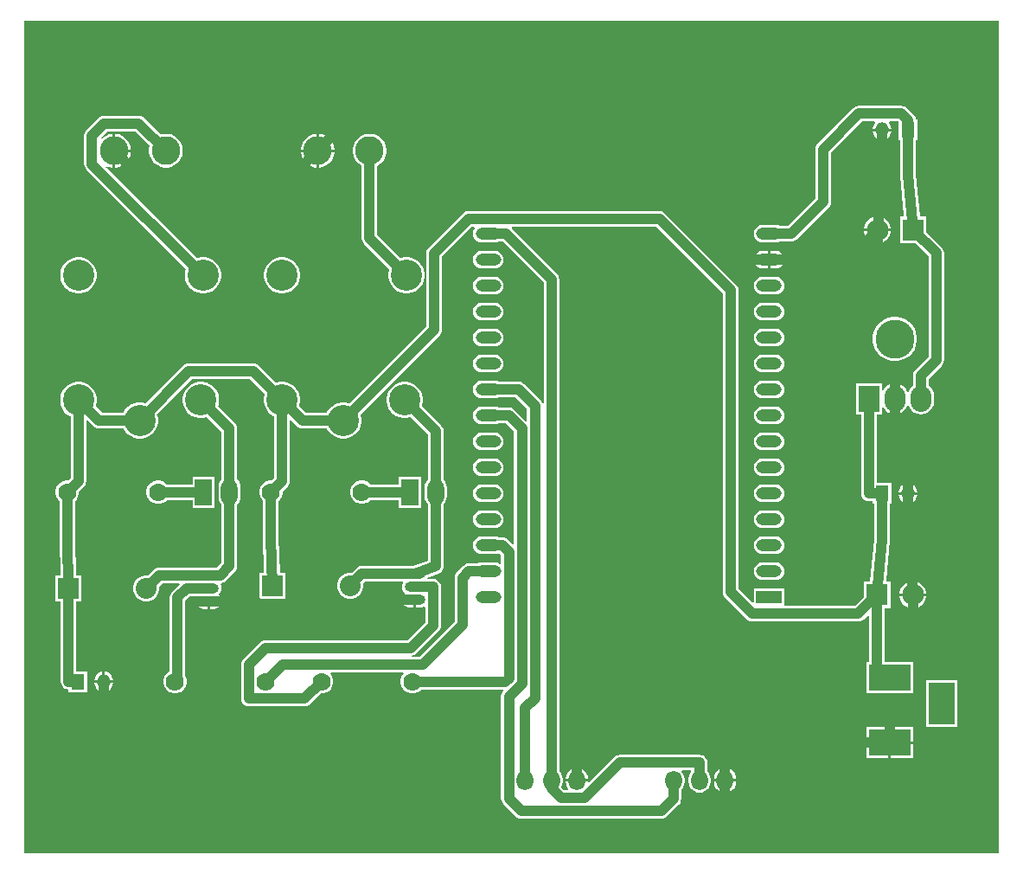
<source format=gbl>
G04*
G04 #@! TF.GenerationSoftware,Altium Limited,Altium Designer,23.7.1 (13)*
G04*
G04 Layer_Physical_Order=2*
G04 Layer_Color=16711680*
%FSLAX44Y44*%
%MOMM*%
G71*
G04*
G04 #@! TF.SameCoordinates,3D622054-8652-465B-9F06-75010AC0AF96*
G04*
G04*
G04 #@! TF.FilePolarity,Positive*
G04*
G01*
G75*
%ADD39O,2.5000X1.2000*%
%ADD40C,1.7780*%
%ADD41C,3.0480*%
%ADD42C,2.7940*%
%ADD43R,2.0320X2.0320*%
%ADD44C,2.0320*%
%ADD45R,1.6510X2.5400*%
%ADD46O,1.6510X2.5400*%
%ADD47O,2.0000X1.0000*%
%ADD48O,2.0000X1.0000*%
%ADD49R,2.1000X2.1000*%
%ADD50C,2.1000*%
%ADD51R,4.0640X2.5400*%
%ADD52R,2.5400X4.0640*%
%ADD53R,1.3000X1.5000*%
%ADD54O,1.3000X1.5000*%
%ADD55C,3.8100*%
%ADD56O,2.0320X2.5400*%
%ADD57R,2.0320X2.5400*%
%ADD58O,1.6510X1.9050*%
%ADD59R,2.5000X1.2000*%
%ADD60C,1.0160*%
G36*
X1467051Y290629D02*
X512879D01*
Y1105101D01*
X1467051D01*
Y290629D01*
D02*
G37*
%LPC*%
G36*
X1361633Y996950D02*
X1353820D01*
Y988269D01*
X1354910Y988413D01*
X1357109Y989324D01*
X1358997Y990773D01*
X1360446Y992661D01*
X1361357Y994860D01*
X1361633Y996950D01*
D02*
G37*
G36*
X1351280D02*
X1343468D01*
X1343743Y994860D01*
X1344654Y992661D01*
X1346103Y990773D01*
X1347991Y989324D01*
X1350190Y988413D01*
X1351280Y988269D01*
Y996950D01*
D02*
G37*
G36*
X801726Y994410D02*
X801370D01*
Y979170D01*
X816610D01*
Y979526D01*
X815975Y982716D01*
X814731Y985720D01*
X812924Y988425D01*
X810624Y990724D01*
X807920Y992531D01*
X804916Y993775D01*
X801726Y994410D01*
D02*
G37*
G36*
X798830D02*
X798474D01*
X795284Y993775D01*
X792280Y992531D01*
X789576Y990724D01*
X787276Y988425D01*
X785469Y985720D01*
X784224Y982716D01*
X783590Y979526D01*
Y979170D01*
X798830D01*
Y994410D01*
D02*
G37*
G36*
X602336D02*
X601980D01*
Y979170D01*
X617220D01*
Y979526D01*
X616586Y982716D01*
X615341Y985720D01*
X613534Y988425D01*
X611235Y990724D01*
X608530Y992531D01*
X605526Y993775D01*
X602336Y994410D01*
D02*
G37*
G36*
X816610Y976630D02*
X801370D01*
Y961390D01*
X801726D01*
X804916Y962025D01*
X807920Y963269D01*
X810624Y965076D01*
X812924Y967375D01*
X814731Y970080D01*
X815975Y973084D01*
X816610Y976274D01*
Y976630D01*
D02*
G37*
G36*
X798830D02*
X783590D01*
Y976274D01*
X784224Y973084D01*
X785469Y970080D01*
X787276Y967375D01*
X789576Y965076D01*
X792280Y963269D01*
X795284Y962025D01*
X798474Y961390D01*
X798830D01*
Y976630D01*
D02*
G37*
G36*
X624840Y1012256D02*
X590804D01*
X588815Y1011994D01*
X586961Y1011226D01*
X585369Y1010005D01*
X573685Y998321D01*
X572464Y996729D01*
X571696Y994875D01*
X571434Y992886D01*
Y964660D01*
X571696Y962670D01*
X572464Y960817D01*
X573685Y959225D01*
X670928Y861982D01*
X670623Y861246D01*
X669940Y857811D01*
Y854309D01*
X670623Y850873D01*
X671963Y847638D01*
X673909Y844726D01*
X676386Y842249D01*
X679298Y840303D01*
X682533Y838963D01*
X685969Y838280D01*
X689471D01*
X692906Y838963D01*
X696142Y840303D01*
X699054Y842249D01*
X701530Y844726D01*
X703476Y847638D01*
X704816Y850873D01*
X705500Y854309D01*
Y857811D01*
X704816Y861246D01*
X703476Y864482D01*
X701530Y867394D01*
X699054Y869870D01*
X696142Y871816D01*
X692906Y873157D01*
X689471Y873840D01*
X685969D01*
X682533Y873157D01*
X681797Y872851D01*
X592659Y961990D01*
X593378Y963067D01*
X595894Y962025D01*
X599084Y961390D01*
X599440D01*
Y977900D01*
Y994410D01*
X599084D01*
X595894Y993775D01*
X592890Y992531D01*
X590186Y990724D01*
X588708Y989247D01*
X587309Y989644D01*
X587201Y990098D01*
X593988Y996884D01*
X621656D01*
X635690Y982850D01*
X635634Y982716D01*
X635000Y979526D01*
Y976274D01*
X635634Y973084D01*
X636879Y970080D01*
X638686Y967375D01*
X640985Y965076D01*
X643690Y963269D01*
X646694Y962025D01*
X649884Y961390D01*
X653136D01*
X656326Y962025D01*
X659330Y963269D01*
X662035Y965076D01*
X664334Y967375D01*
X666141Y970080D01*
X667385Y973084D01*
X668020Y976274D01*
Y979526D01*
X667385Y982716D01*
X666141Y985720D01*
X664334Y988425D01*
X662035Y990724D01*
X659330Y992531D01*
X656326Y993775D01*
X653136Y994410D01*
X649884D01*
X646694Y993775D01*
X646560Y993720D01*
X630275Y1010005D01*
X628683Y1011226D01*
X626829Y1011994D01*
X624840Y1012256D01*
D02*
G37*
G36*
X617220Y976630D02*
X601980D01*
Y961390D01*
X602336D01*
X605526Y962025D01*
X608530Y963269D01*
X611235Y965076D01*
X613534Y967375D01*
X615341Y970080D01*
X616586Y973084D01*
X617220Y976274D01*
Y976630D01*
D02*
G37*
G36*
X1349747Y913470D02*
X1349300D01*
Y901700D01*
X1361070D01*
Y902147D01*
X1360181Y905463D01*
X1358464Y908437D01*
X1356037Y910865D01*
X1353063Y912581D01*
X1349747Y913470D01*
D02*
G37*
G36*
X1346760D02*
X1346313D01*
X1342997Y912581D01*
X1340023Y910865D01*
X1337595Y908437D01*
X1335878Y905463D01*
X1334990Y902147D01*
Y901700D01*
X1346760D01*
Y913470D01*
D02*
G37*
G36*
X1361070Y899160D02*
X1349300D01*
Y887390D01*
X1349747D01*
X1353063Y888279D01*
X1356037Y889995D01*
X1358464Y892423D01*
X1360181Y895397D01*
X1361070Y898713D01*
Y899160D01*
D02*
G37*
G36*
X1346760D02*
X1334990D01*
Y898713D01*
X1335878Y895397D01*
X1337595Y892423D01*
X1340023Y889995D01*
X1342997Y888279D01*
X1346313Y887390D01*
X1346760D01*
Y899160D01*
D02*
G37*
G36*
X1248560Y879834D02*
X1243330D01*
Y872490D01*
X1257007D01*
X1256880Y873449D01*
X1256020Y875527D01*
X1254651Y877311D01*
X1252867Y878680D01*
X1250789Y879540D01*
X1248560Y879834D01*
D02*
G37*
G36*
X1240790D02*
X1235560D01*
X1233331Y879540D01*
X1231253Y878680D01*
X1229469Y877311D01*
X1228100Y875527D01*
X1227240Y873449D01*
X1227113Y872490D01*
X1240790D01*
Y879834D01*
D02*
G37*
G36*
X1257007Y869950D02*
X1243330D01*
Y862606D01*
X1248560D01*
X1250789Y862900D01*
X1252867Y863760D01*
X1254651Y865129D01*
X1256020Y866913D01*
X1256880Y868991D01*
X1257007Y869950D01*
D02*
G37*
G36*
X1240790D02*
X1227113D01*
X1227240Y868991D01*
X1228100Y866913D01*
X1229469Y865129D01*
X1231253Y863760D01*
X1233331Y862900D01*
X1235560Y862606D01*
X1240790D01*
Y869950D01*
D02*
G37*
G36*
X973560Y879834D02*
X960560D01*
X958330Y879540D01*
X956253Y878680D01*
X954469Y877311D01*
X953100Y875527D01*
X952240Y873449D01*
X951946Y871220D01*
X952240Y868991D01*
X953100Y866913D01*
X954469Y865129D01*
X956253Y863760D01*
X958330Y862900D01*
X960560Y862606D01*
X973560D01*
X975789Y862900D01*
X977867Y863760D01*
X979651Y865129D01*
X981020Y866913D01*
X981880Y868991D01*
X982173Y871220D01*
X981880Y873449D01*
X981020Y875527D01*
X979651Y877311D01*
X977867Y878680D01*
X975789Y879540D01*
X973560Y879834D01*
D02*
G37*
G36*
X852526Y994410D02*
X849274D01*
X846084Y993775D01*
X843080Y992531D01*
X840376Y990724D01*
X838076Y988425D01*
X836269Y985720D01*
X835024Y982716D01*
X834390Y979526D01*
Y976274D01*
X835024Y973084D01*
X836269Y970080D01*
X838076Y967375D01*
X840376Y965076D01*
X843080Y963269D01*
X843214Y963213D01*
Y892271D01*
X843476Y890281D01*
X844244Y888428D01*
X845465Y886836D01*
X870319Y861983D01*
X870014Y861246D01*
X869330Y857811D01*
Y854309D01*
X870014Y850874D01*
X871354Y847638D01*
X873300Y844726D01*
X875776Y842250D01*
X878688Y840304D01*
X881924Y838963D01*
X885359Y838280D01*
X888861D01*
X892297Y838963D01*
X895532Y840304D01*
X898444Y842250D01*
X900921Y844726D01*
X902867Y847638D01*
X904207Y850874D01*
X904890Y854309D01*
Y857811D01*
X904207Y861246D01*
X902867Y864482D01*
X900921Y867394D01*
X898444Y869871D01*
X895532Y871817D01*
X892297Y873157D01*
X888861Y873840D01*
X885359D01*
X881924Y873157D01*
X881188Y872852D01*
X858586Y895454D01*
Y963213D01*
X858720Y963269D01*
X861424Y965076D01*
X863724Y967375D01*
X865531Y970080D01*
X866776Y973084D01*
X867410Y976274D01*
Y979526D01*
X866776Y982716D01*
X865531Y985720D01*
X863724Y988425D01*
X861424Y990724D01*
X858720Y992531D01*
X855716Y993775D01*
X852526Y994410D01*
D02*
G37*
G36*
X766941Y873840D02*
X763439D01*
X760004Y873157D01*
X756768Y871817D01*
X753856Y869871D01*
X751380Y867394D01*
X749434Y864482D01*
X748093Y861246D01*
X747410Y857811D01*
Y854309D01*
X748093Y850874D01*
X749434Y847638D01*
X751380Y844726D01*
X753856Y842250D01*
X756768Y840304D01*
X760004Y838963D01*
X763439Y838280D01*
X766941D01*
X770377Y838963D01*
X773612Y840304D01*
X776524Y842250D01*
X779001Y844726D01*
X780947Y847638D01*
X782287Y850874D01*
X782970Y854309D01*
Y857811D01*
X782287Y861246D01*
X780947Y864482D01*
X779001Y867394D01*
X776524Y869871D01*
X773612Y871817D01*
X770377Y873157D01*
X766941Y873840D01*
D02*
G37*
G36*
X567551Y873840D02*
X564049D01*
X560614Y873157D01*
X557378Y871816D01*
X554466Y869870D01*
X551989Y867394D01*
X550043Y864482D01*
X548703Y861246D01*
X548020Y857811D01*
Y854309D01*
X548703Y850873D01*
X550043Y847638D01*
X551989Y844726D01*
X554466Y842249D01*
X557378Y840303D01*
X560614Y838963D01*
X564049Y838280D01*
X567551D01*
X570986Y838963D01*
X574222Y840303D01*
X577134Y842249D01*
X579610Y844726D01*
X581556Y847638D01*
X582896Y850873D01*
X583580Y854309D01*
Y857811D01*
X582896Y861246D01*
X581556Y864482D01*
X579610Y867394D01*
X577134Y869870D01*
X574222Y871816D01*
X570986Y873157D01*
X567551Y873840D01*
D02*
G37*
G36*
X1248560Y854434D02*
X1235560D01*
X1233331Y854140D01*
X1231253Y853280D01*
X1229469Y851911D01*
X1228100Y850127D01*
X1227240Y848049D01*
X1226946Y845820D01*
X1227240Y843591D01*
X1228100Y841513D01*
X1229469Y839729D01*
X1231253Y838360D01*
X1233331Y837500D01*
X1235560Y837206D01*
X1248560D01*
X1250789Y837500D01*
X1252867Y838360D01*
X1254651Y839729D01*
X1256020Y841513D01*
X1256880Y843591D01*
X1257174Y845820D01*
X1256880Y848049D01*
X1256020Y850127D01*
X1254651Y851911D01*
X1252867Y853280D01*
X1250789Y854140D01*
X1248560Y854434D01*
D02*
G37*
G36*
X973560D02*
X960560D01*
X958330Y854140D01*
X956253Y853280D01*
X954469Y851911D01*
X953100Y850127D01*
X952240Y848049D01*
X951946Y845820D01*
X952240Y843591D01*
X953100Y841513D01*
X954469Y839729D01*
X956253Y838360D01*
X958330Y837500D01*
X960560Y837206D01*
X973560D01*
X975789Y837500D01*
X977867Y838360D01*
X979651Y839729D01*
X981020Y841513D01*
X981880Y843591D01*
X982173Y845820D01*
X981880Y848049D01*
X981020Y850127D01*
X979651Y851911D01*
X977867Y853280D01*
X975789Y854140D01*
X973560Y854434D01*
D02*
G37*
G36*
X1248560Y829034D02*
X1235560D01*
X1233331Y828740D01*
X1231253Y827880D01*
X1229469Y826511D01*
X1228100Y824727D01*
X1227240Y822649D01*
X1226946Y820420D01*
X1227240Y818191D01*
X1228100Y816113D01*
X1229469Y814329D01*
X1231253Y812960D01*
X1233331Y812100D01*
X1235560Y811806D01*
X1248560D01*
X1250789Y812100D01*
X1252867Y812960D01*
X1254651Y814329D01*
X1256020Y816113D01*
X1256880Y818191D01*
X1257174Y820420D01*
X1256880Y822649D01*
X1256020Y824727D01*
X1254651Y826511D01*
X1252867Y827880D01*
X1250789Y828740D01*
X1248560Y829034D01*
D02*
G37*
G36*
X973560D02*
X960560D01*
X958330Y828740D01*
X956253Y827880D01*
X954469Y826511D01*
X953100Y824727D01*
X952240Y822649D01*
X951946Y820420D01*
X952240Y818191D01*
X953100Y816113D01*
X954469Y814329D01*
X956253Y812960D01*
X958330Y812100D01*
X960560Y811806D01*
X973560D01*
X975789Y812100D01*
X977867Y812960D01*
X979651Y814329D01*
X981020Y816113D01*
X981880Y818191D01*
X982173Y820420D01*
X981880Y822649D01*
X981020Y824727D01*
X979651Y826511D01*
X977867Y827880D01*
X975789Y828740D01*
X973560Y829034D01*
D02*
G37*
G36*
X1248560Y803634D02*
X1235560D01*
X1233331Y803340D01*
X1231253Y802480D01*
X1229469Y801111D01*
X1228100Y799327D01*
X1227240Y797249D01*
X1226946Y795020D01*
X1227240Y792791D01*
X1228100Y790713D01*
X1229469Y788929D01*
X1231253Y787560D01*
X1233331Y786700D01*
X1235560Y786406D01*
X1248560D01*
X1250789Y786700D01*
X1252867Y787560D01*
X1254651Y788929D01*
X1256020Y790713D01*
X1256880Y792791D01*
X1257174Y795020D01*
X1256880Y797249D01*
X1256020Y799327D01*
X1254651Y801111D01*
X1252867Y802480D01*
X1250789Y803340D01*
X1248560Y803634D01*
D02*
G37*
G36*
X973560D02*
X960560D01*
X958330Y803340D01*
X956253Y802480D01*
X954469Y801111D01*
X953100Y799327D01*
X952240Y797249D01*
X951946Y795020D01*
X952240Y792791D01*
X953100Y790713D01*
X954469Y788929D01*
X956253Y787560D01*
X958330Y786700D01*
X960560Y786406D01*
X973560D01*
X975789Y786700D01*
X977867Y787560D01*
X979651Y788929D01*
X981020Y790713D01*
X981880Y792791D01*
X982173Y795020D01*
X981880Y797249D01*
X981020Y799327D01*
X979651Y801111D01*
X977867Y802480D01*
X975789Y803340D01*
X973560Y803634D01*
D02*
G37*
G36*
X1367376Y815340D02*
X1363124D01*
X1358952Y814510D01*
X1355023Y812883D01*
X1351487Y810520D01*
X1348480Y807513D01*
X1346117Y803977D01*
X1344490Y800048D01*
X1343660Y795876D01*
Y791624D01*
X1344490Y787452D01*
X1346117Y783523D01*
X1348480Y779987D01*
X1351487Y776980D01*
X1355023Y774617D01*
X1358952Y772990D01*
X1363124Y772160D01*
X1367376D01*
X1371548Y772990D01*
X1375477Y774617D01*
X1379013Y776980D01*
X1382020Y779987D01*
X1384383Y783523D01*
X1386010Y787452D01*
X1386840Y791624D01*
Y795876D01*
X1386010Y800048D01*
X1384383Y803977D01*
X1382020Y807513D01*
X1379013Y810520D01*
X1375477Y812883D01*
X1371548Y814510D01*
X1367376Y815340D01*
D02*
G37*
G36*
X1248560Y778234D02*
X1235560D01*
X1233331Y777940D01*
X1231253Y777080D01*
X1229469Y775711D01*
X1228100Y773927D01*
X1227240Y771849D01*
X1226946Y769620D01*
X1227240Y767391D01*
X1228100Y765313D01*
X1229469Y763529D01*
X1231253Y762160D01*
X1233331Y761300D01*
X1235560Y761006D01*
X1248560D01*
X1250789Y761300D01*
X1252867Y762160D01*
X1254651Y763529D01*
X1256020Y765313D01*
X1256880Y767391D01*
X1257174Y769620D01*
X1256880Y771849D01*
X1256020Y773927D01*
X1254651Y775711D01*
X1252867Y777080D01*
X1250789Y777940D01*
X1248560Y778234D01*
D02*
G37*
G36*
X973560D02*
X960560D01*
X958330Y777940D01*
X956253Y777080D01*
X954469Y775711D01*
X953100Y773927D01*
X952240Y771849D01*
X951946Y769620D01*
X952240Y767391D01*
X953100Y765313D01*
X954469Y763529D01*
X956253Y762160D01*
X958330Y761300D01*
X960560Y761006D01*
X973560D01*
X975789Y761300D01*
X977867Y762160D01*
X979651Y763529D01*
X981020Y765313D01*
X981880Y767391D01*
X982173Y769620D01*
X981880Y771849D01*
X981020Y773927D01*
X979651Y775711D01*
X977867Y777080D01*
X975789Y777940D01*
X973560Y778234D01*
D02*
G37*
G36*
X1329944Y1021908D02*
X1327955Y1021646D01*
X1326101Y1020878D01*
X1324509Y1019657D01*
X1289457Y984605D01*
X1288236Y983013D01*
X1287468Y981159D01*
X1287206Y979170D01*
Y931046D01*
X1260466Y904306D01*
X1252321D01*
X1250789Y904940D01*
X1248560Y905234D01*
X1235560D01*
X1233331Y904940D01*
X1231253Y904080D01*
X1229469Y902711D01*
X1228100Y900927D01*
X1227240Y898849D01*
X1226946Y896620D01*
X1227240Y894391D01*
X1228100Y892313D01*
X1229469Y890529D01*
X1231253Y889160D01*
X1233331Y888300D01*
X1235560Y888006D01*
X1248560D01*
X1250789Y888300D01*
X1252321Y888934D01*
X1263650D01*
X1265639Y889196D01*
X1267493Y889964D01*
X1269085Y891185D01*
X1300327Y922427D01*
X1301548Y924019D01*
X1302316Y925873D01*
X1302578Y927862D01*
X1302578Y927862D01*
Y975986D01*
X1333128Y1006536D01*
X1345261D01*
X1345795Y1005266D01*
X1344654Y1003779D01*
X1343743Y1001580D01*
X1343468Y999490D01*
X1352550D01*
X1361633D01*
X1361357Y1001580D01*
X1360446Y1003779D01*
X1359305Y1005266D01*
X1359839Y1006536D01*
X1368416D01*
X1368910Y1006043D01*
Y988180D01*
X1370264D01*
Y954532D01*
X1370311Y954174D01*
X1370298Y953813D01*
X1373998Y914409D01*
X1373143Y913470D01*
X1369990D01*
Y887390D01*
X1385201D01*
X1397950Y874640D01*
Y776179D01*
X1385215Y763444D01*
X1383994Y761852D01*
X1383226Y759998D01*
X1382964Y758009D01*
Y747980D01*
X1381592Y746928D01*
X1379557Y744275D01*
X1378637Y742056D01*
X1377263D01*
X1376343Y744275D01*
X1374308Y746928D01*
X1371655Y748963D01*
X1368565Y750243D01*
X1366520Y750512D01*
Y735330D01*
Y720148D01*
X1368565Y720417D01*
X1371655Y721697D01*
X1374308Y723732D01*
X1376343Y726385D01*
X1377263Y728605D01*
X1378637D01*
X1379557Y726385D01*
X1381592Y723732D01*
X1384245Y721697D01*
X1387335Y720417D01*
X1390650Y719980D01*
X1393965Y720417D01*
X1397055Y721697D01*
X1399708Y723732D01*
X1401743Y726385D01*
X1403023Y729475D01*
X1403460Y732790D01*
Y737870D01*
X1403023Y741185D01*
X1401743Y744275D01*
X1399708Y746928D01*
X1398336Y747980D01*
Y754826D01*
X1411071Y767561D01*
X1412292Y769152D01*
X1413060Y771006D01*
X1413322Y772995D01*
Y877824D01*
X1413060Y879813D01*
X1412292Y881667D01*
X1411071Y883259D01*
X1396070Y898259D01*
Y913470D01*
X1389525D01*
X1385636Y954892D01*
Y988180D01*
X1386990D01*
Y1008260D01*
X1385585D01*
X1385374Y1009861D01*
X1384606Y1011715D01*
X1383385Y1013307D01*
X1383385Y1013307D01*
X1377035Y1019657D01*
X1375443Y1020878D01*
X1373589Y1021646D01*
X1371600Y1021908D01*
X1329944D01*
X1329944Y1021908D01*
D02*
G37*
G36*
X1248560Y752834D02*
X1235560D01*
X1233331Y752540D01*
X1231253Y751680D01*
X1229469Y750311D01*
X1228100Y748527D01*
X1227240Y746449D01*
X1226946Y744220D01*
X1227240Y741991D01*
X1228100Y739913D01*
X1229469Y738129D01*
X1231253Y736760D01*
X1233331Y735900D01*
X1235560Y735606D01*
X1248560D01*
X1250789Y735900D01*
X1252867Y736760D01*
X1254651Y738129D01*
X1256020Y739913D01*
X1256880Y741991D01*
X1257174Y744220D01*
X1256880Y746449D01*
X1256020Y748527D01*
X1254651Y750311D01*
X1252867Y751680D01*
X1250789Y752540D01*
X1248560Y752834D01*
D02*
G37*
G36*
X1134945Y918711D02*
X947601D01*
X945612Y918449D01*
X943758Y917681D01*
X942166Y916460D01*
X908711Y883005D01*
X907490Y881413D01*
X906722Y879559D01*
X906460Y877570D01*
Y806199D01*
X831113Y730852D01*
X830376Y731157D01*
X826941Y731840D01*
X823439D01*
X820004Y731157D01*
X816768Y729817D01*
X813856Y727871D01*
X811379Y725394D01*
X809434Y722482D01*
X809129Y721746D01*
X788374D01*
X781982Y728138D01*
X782287Y728874D01*
X782970Y732309D01*
Y735811D01*
X782287Y739246D01*
X780947Y742482D01*
X779001Y745394D01*
X776524Y747871D01*
X773612Y749816D01*
X770377Y751157D01*
X766941Y751840D01*
X763439D01*
X760004Y751157D01*
X759268Y750852D01*
X742431Y767689D01*
X740839Y768910D01*
X738986Y769678D01*
X736996Y769940D01*
X673994D01*
X672005Y769678D01*
X670151Y768910D01*
X668559Y767689D01*
X631722Y730851D01*
X630986Y731156D01*
X627551Y731840D01*
X624048D01*
X620613Y731156D01*
X617378Y729816D01*
X614465Y727870D01*
X611989Y725394D01*
X610043Y722482D01*
X609738Y721745D01*
X588984D01*
X582592Y728138D01*
X582896Y728874D01*
X583580Y732309D01*
Y735811D01*
X582896Y739246D01*
X581556Y742482D01*
X579610Y745394D01*
X577134Y747871D01*
X574222Y749816D01*
X570986Y751157D01*
X567551Y751840D01*
X564049D01*
X560614Y751157D01*
X557378Y749816D01*
X554466Y747871D01*
X551989Y745394D01*
X550043Y742482D01*
X548703Y739246D01*
X548020Y735811D01*
Y732309D01*
X548703Y728874D01*
X550043Y725638D01*
X551989Y722726D01*
X554466Y720249D01*
X557378Y718304D01*
X558114Y717999D01*
Y657883D01*
X555551Y655320D01*
X553485D01*
X550578Y654541D01*
X547972Y653036D01*
X545844Y650908D01*
X544339Y648302D01*
X543560Y645395D01*
Y642385D01*
X544339Y639478D01*
X545844Y636872D01*
X547304Y635411D01*
Y598170D01*
X547318Y598069D01*
X547307Y597968D01*
X548213Y563520D01*
X547327Y562610D01*
X543560D01*
Y537210D01*
X548574D01*
Y458470D01*
X548836Y456481D01*
X549604Y454627D01*
X550825Y453035D01*
X552417Y451814D01*
X554271Y451046D01*
X556110Y450804D01*
Y448430D01*
X574190D01*
Y468510D01*
X563946D01*
Y537210D01*
X568960D01*
Y562610D01*
X563614D01*
X562676Y598271D01*
Y635411D01*
X564136Y636872D01*
X565641Y639478D01*
X566420Y642385D01*
Y644451D01*
X571234Y649265D01*
X572456Y650857D01*
X573224Y652710D01*
X573485Y654700D01*
Y713846D01*
X574659Y714332D01*
X580365Y708625D01*
X581957Y707403D01*
X583811Y706636D01*
X585800Y706374D01*
X609738D01*
X610043Y705638D01*
X611989Y702725D01*
X614465Y700249D01*
X617378Y698303D01*
X620613Y696963D01*
X624048Y696280D01*
X627551D01*
X630986Y696963D01*
X634222Y698303D01*
X637134Y700249D01*
X639610Y702725D01*
X641556Y705638D01*
X642896Y708873D01*
X643580Y712308D01*
Y715811D01*
X642896Y719246D01*
X642591Y719982D01*
X677178Y754568D01*
X733813D01*
X748399Y739982D01*
X748093Y739246D01*
X747410Y735811D01*
Y732309D01*
X748093Y728874D01*
X749434Y725638D01*
X751380Y722726D01*
X753856Y720249D01*
X756768Y718304D01*
X757505Y717999D01*
Y657884D01*
X754941Y655320D01*
X752875D01*
X749968Y654541D01*
X747362Y653036D01*
X745234Y650908D01*
X743729Y648302D01*
X742950Y645395D01*
Y642385D01*
X743729Y639478D01*
X745234Y636872D01*
X746694Y635411D01*
Y599440D01*
X746708Y599336D01*
X746697Y599232D01*
X747594Y566060D01*
X746708Y565150D01*
X742950D01*
Y539750D01*
X768350D01*
Y565150D01*
X762995D01*
X762066Y599544D01*
Y635411D01*
X763526Y636872D01*
X765031Y639478D01*
X765810Y642385D01*
Y644451D01*
X770625Y649266D01*
X771846Y650857D01*
X772614Y652711D01*
X772876Y654700D01*
Y713846D01*
X774049Y714332D01*
X779755Y708625D01*
X781347Y707404D01*
X783201Y706636D01*
X785190Y706374D01*
X785190Y706374D01*
X809129D01*
X809434Y705638D01*
X811379Y702726D01*
X813856Y700249D01*
X816768Y698304D01*
X820004Y696963D01*
X823439Y696280D01*
X826941D01*
X830376Y696963D01*
X833612Y698304D01*
X836524Y700249D01*
X839001Y702726D01*
X840947Y705638D01*
X842287Y708874D01*
X842970Y712309D01*
Y715811D01*
X842287Y719246D01*
X841982Y719983D01*
X919581Y797581D01*
X920802Y799173D01*
X921570Y801027D01*
X921832Y803016D01*
X921832Y803016D01*
Y874386D01*
X950784Y903339D01*
X953350D01*
X953977Y902069D01*
X953100Y900927D01*
X952240Y898849D01*
X951946Y896620D01*
X952240Y894391D01*
X953100Y892313D01*
X954469Y890529D01*
X956253Y889160D01*
X958330Y888300D01*
X960560Y888006D01*
X973560D01*
X975789Y888300D01*
X977321Y888934D01*
X981320D01*
X1021268Y848986D01*
Y731012D01*
X1019998Y730760D01*
X1019354Y732315D01*
X1018133Y733907D01*
X1018133Y733907D01*
X1002385Y749655D01*
X1000793Y750876D01*
X998939Y751644D01*
X996950Y751906D01*
X977321D01*
X975789Y752540D01*
X973560Y752834D01*
X960560D01*
X958330Y752540D01*
X956253Y751680D01*
X954469Y750311D01*
X953100Y748527D01*
X952240Y746449D01*
X951946Y744220D01*
X952240Y741991D01*
X953100Y739913D01*
X954469Y738129D01*
X956253Y736760D01*
X958330Y735900D01*
X960560Y735606D01*
X973560D01*
X975789Y735900D01*
X977321Y736534D01*
X993766D01*
X1005012Y725288D01*
Y713634D01*
X1003839Y713148D01*
X992733Y724255D01*
X991141Y725476D01*
X989287Y726244D01*
X987298Y726506D01*
X977321D01*
X975789Y727140D01*
X973560Y727434D01*
X960560D01*
X958330Y727140D01*
X956253Y726280D01*
X954469Y724911D01*
X953100Y723127D01*
X952240Y721049D01*
X951946Y718820D01*
X952240Y716591D01*
X953100Y714513D01*
X954469Y712729D01*
X956253Y711360D01*
X958330Y710500D01*
X960560Y710206D01*
X973560D01*
X975789Y710500D01*
X977321Y711134D01*
X984114D01*
X992312Y702936D01*
Y592984D01*
X991139Y592498D01*
X986383Y597255D01*
X984791Y598476D01*
X982937Y599244D01*
X980948Y599506D01*
X977321D01*
X975789Y600140D01*
X973560Y600434D01*
X960560D01*
X958330Y600140D01*
X956253Y599280D01*
X954469Y597911D01*
X953100Y596127D01*
X952240Y594049D01*
X951946Y591820D01*
X952240Y589591D01*
X953100Y587513D01*
X954469Y585729D01*
X956253Y584360D01*
X958330Y583500D01*
X960560Y583206D01*
X973560D01*
X975789Y583500D01*
X977321Y584134D01*
X977764D01*
X979612Y582286D01*
Y573976D01*
X978473Y573414D01*
X977867Y573880D01*
X975789Y574740D01*
X973560Y575034D01*
X960560D01*
X958330Y574740D01*
X956799Y574106D01*
X948249D01*
X946259Y573844D01*
X944406Y573076D01*
X942814Y571855D01*
X942814Y571855D01*
X936464Y565505D01*
X935242Y563913D01*
X934475Y562059D01*
X934213Y560070D01*
Y517276D01*
X899603Y482666D01*
X892114D01*
X892031Y483936D01*
X893021Y484066D01*
X894875Y484834D01*
X896467Y486055D01*
X918565Y508153D01*
X919786Y509745D01*
X920554Y511599D01*
X920685Y512593D01*
X920816Y513588D01*
X920816Y513588D01*
Y551180D01*
X920554Y553169D01*
X919786Y555023D01*
X918565Y556615D01*
X916973Y557836D01*
X915119Y558604D01*
X913130Y558866D01*
X907485D01*
X907254Y560136D01*
X918369Y564304D01*
X918928Y564602D01*
X919513Y564844D01*
X919809Y565071D01*
X920139Y565247D01*
X920602Y565680D01*
X921105Y566065D01*
X921332Y566362D01*
X921605Y566617D01*
X921940Y567155D01*
X922326Y567657D01*
X922469Y568002D01*
X922667Y568320D01*
X922851Y568926D01*
X923094Y569511D01*
X923143Y569881D01*
X923252Y570239D01*
X923273Y570872D01*
X923356Y571500D01*
Y631736D01*
X923369Y631746D01*
X925099Y634001D01*
X926187Y636627D01*
X926558Y639445D01*
Y648335D01*
X926187Y651153D01*
X925099Y653779D01*
X923369Y656034D01*
X923356Y656044D01*
Y703580D01*
X923094Y705569D01*
X922326Y707423D01*
X921105Y709015D01*
X901982Y728138D01*
X902287Y728874D01*
X902970Y732309D01*
Y735811D01*
X902287Y739246D01*
X900946Y742482D01*
X899001Y745394D01*
X896524Y747871D01*
X893612Y749816D01*
X890376Y751157D01*
X886941Y751840D01*
X883439D01*
X880004Y751157D01*
X876768Y749816D01*
X873856Y747871D01*
X871379Y745394D01*
X869434Y742482D01*
X868093Y739246D01*
X867410Y735811D01*
Y732309D01*
X868093Y728874D01*
X869434Y725638D01*
X871379Y722726D01*
X873856Y720249D01*
X876768Y718304D01*
X880004Y716963D01*
X883439Y716280D01*
X886941D01*
X890376Y716963D01*
X891112Y717268D01*
X907984Y700396D01*
Y656044D01*
X907971Y656034D01*
X906241Y653779D01*
X905153Y651153D01*
X904782Y648335D01*
Y639445D01*
X905153Y636627D01*
X906241Y634001D01*
X907971Y631746D01*
X907984Y631736D01*
Y576826D01*
X893956Y571566D01*
X843280D01*
X841291Y571304D01*
X839437Y570536D01*
X837845Y569315D01*
X833647Y565117D01*
X833522Y565150D01*
X830178D01*
X826948Y564285D01*
X824052Y562612D01*
X821687Y560248D01*
X820015Y557352D01*
X819150Y554122D01*
Y550778D01*
X820015Y547548D01*
X821687Y544652D01*
X824052Y542287D01*
X826948Y540616D01*
X830178Y539750D01*
X833522D01*
X836752Y540616D01*
X839648Y542287D01*
X842012Y544652D01*
X843684Y547548D01*
X844550Y550778D01*
Y554122D01*
X844517Y554247D01*
X846464Y556194D01*
X883258D01*
X883820Y555055D01*
X883764Y554982D01*
X883004Y553148D01*
X882745Y551180D01*
X883004Y549212D01*
X883764Y547378D01*
X884972Y545802D01*
X885412Y545465D01*
Y544195D01*
X884972Y543858D01*
X883764Y542282D01*
X883004Y540448D01*
X882912Y539750D01*
X895350D01*
Y538480D01*
X896620D01*
Y530875D01*
X900350D01*
X902318Y531134D01*
X904153Y531894D01*
X904305Y532011D01*
X905444Y531449D01*
Y516772D01*
X887848Y499176D01*
X749300D01*
X749300Y499176D01*
X747311Y498914D01*
X745457Y498146D01*
X743865Y496925D01*
X727355Y480415D01*
X726134Y478823D01*
X725366Y476969D01*
X725104Y474980D01*
Y441960D01*
X725366Y439971D01*
X726134Y438117D01*
X727355Y436525D01*
X728947Y435304D01*
X730801Y434536D01*
X732790Y434274D01*
X787400D01*
X789389Y434536D01*
X791243Y435304D01*
X792835Y436525D01*
X803349Y447040D01*
X805415D01*
X808322Y447819D01*
X810928Y449324D01*
X813056Y451452D01*
X814561Y454058D01*
X815340Y456965D01*
Y459975D01*
X814561Y462882D01*
X813056Y465488D01*
X812423Y466121D01*
X812910Y467294D01*
X883810D01*
X884296Y466121D01*
X883664Y465488D01*
X882159Y462882D01*
X881380Y459975D01*
Y456965D01*
X882159Y454058D01*
X883664Y451452D01*
X885792Y449324D01*
X888398Y447819D01*
X891305Y447040D01*
X894315D01*
X897222Y447819D01*
X899828Y449324D01*
X901289Y450784D01*
X981562D01*
X982048Y449611D01*
X981863Y449427D01*
X980642Y447835D01*
X979874Y445981D01*
X979612Y443992D01*
Y344170D01*
X979874Y342181D01*
X980642Y340327D01*
X981863Y338735D01*
X993928Y326670D01*
X993928Y326670D01*
X995520Y325449D01*
X997374Y324681D01*
X999363Y324419D01*
X1136650D01*
X1138639Y324681D01*
X1140493Y325449D01*
X1142085Y326670D01*
X1153769Y338354D01*
X1154990Y339946D01*
X1155758Y341800D01*
X1156020Y343789D01*
Y352971D01*
X1156033Y352981D01*
X1157763Y355236D01*
X1158851Y357862D01*
X1159222Y360680D01*
Y363220D01*
X1158851Y366038D01*
X1157763Y368664D01*
X1156534Y370266D01*
X1157160Y371536D01*
X1165162D01*
X1165788Y370266D01*
X1164559Y368664D01*
X1163471Y366038D01*
X1163100Y363220D01*
Y360680D01*
X1163471Y357862D01*
X1164559Y355236D01*
X1166289Y352981D01*
X1168544Y351251D01*
X1171170Y350163D01*
X1173988Y349792D01*
X1176806Y350163D01*
X1179432Y351251D01*
X1181687Y352981D01*
X1183417Y355236D01*
X1184505Y357862D01*
X1184876Y360680D01*
Y363220D01*
X1184505Y366038D01*
X1183417Y368664D01*
X1181687Y370919D01*
X1181674Y370929D01*
Y379222D01*
X1181412Y381211D01*
X1180644Y383065D01*
X1179423Y384657D01*
X1177831Y385878D01*
X1175977Y386646D01*
X1173988Y386908D01*
X1096010D01*
X1094021Y386646D01*
X1092167Y385878D01*
X1090575Y384657D01*
X1090575Y384657D01*
X1065848Y359930D01*
X1064709Y360491D01*
X1064734Y360680D01*
X1042958D01*
X1043329Y357862D01*
X1044417Y355236D01*
X1045548Y353761D01*
X1044922Y352491D01*
X1041282D01*
X1038428Y355344D01*
X1039471Y357862D01*
X1039842Y360680D01*
Y363220D01*
X1039471Y366038D01*
X1038383Y368664D01*
X1036653Y370919D01*
X1036640Y370929D01*
Y852170D01*
X1036640Y852170D01*
X1036378Y854159D01*
X1035610Y856013D01*
X1034389Y857605D01*
X989939Y902055D01*
X989920Y902069D01*
X990351Y903339D01*
X1131762D01*
X1196782Y838318D01*
Y546100D01*
X1197044Y544111D01*
X1197812Y542257D01*
X1199033Y540665D01*
X1220115Y519583D01*
X1221707Y518362D01*
X1223561Y517594D01*
X1225550Y517332D01*
X1329208D01*
X1331197Y517594D01*
X1333051Y518362D01*
X1334643Y519583D01*
X1338891Y523832D01*
X1340064Y523346D01*
Y477520D01*
X1337310D01*
Y447040D01*
X1383030D01*
Y477520D01*
X1355436D01*
Y530520D01*
X1360790D01*
Y556600D01*
X1357558D01*
X1356700Y557537D01*
X1360206Y597214D01*
X1360191Y597553D01*
X1360236Y597890D01*
Y632580D01*
X1361590D01*
Y652660D01*
X1347536D01*
Y720090D01*
X1352550D01*
Y726945D01*
X1353820Y727198D01*
X1354157Y726385D01*
X1356192Y723732D01*
X1358845Y721697D01*
X1361935Y720417D01*
X1363980Y720148D01*
Y735330D01*
Y750512D01*
X1361935Y750243D01*
X1358845Y748963D01*
X1356192Y746928D01*
X1354157Y744275D01*
X1353820Y743462D01*
X1352550Y743715D01*
Y750570D01*
X1327150D01*
Y720090D01*
X1332164D01*
Y642620D01*
X1332426Y640631D01*
X1333194Y638777D01*
X1334415Y637185D01*
X1336007Y635964D01*
X1337861Y635196D01*
X1339850Y634934D01*
X1343510D01*
Y632580D01*
X1344864D01*
Y598229D01*
X1341186Y556600D01*
X1334710D01*
Y541389D01*
X1326024Y532704D01*
X1257100D01*
Y549560D01*
X1227020D01*
Y536077D01*
X1225847Y535591D01*
X1212154Y549284D01*
Y841502D01*
X1211892Y843491D01*
X1211124Y845345D01*
X1209903Y846937D01*
X1140380Y916460D01*
X1138788Y917681D01*
X1136934Y918449D01*
X1134945Y918711D01*
D02*
G37*
G36*
X1248560Y727434D02*
X1235560D01*
X1233331Y727140D01*
X1231253Y726280D01*
X1229469Y724911D01*
X1228100Y723127D01*
X1227240Y721049D01*
X1226946Y718820D01*
X1227240Y716591D01*
X1228100Y714513D01*
X1229469Y712729D01*
X1231253Y711360D01*
X1233331Y710500D01*
X1235560Y710206D01*
X1248560D01*
X1250789Y710500D01*
X1252867Y711360D01*
X1254651Y712729D01*
X1256020Y714513D01*
X1256880Y716591D01*
X1257174Y718820D01*
X1256880Y721049D01*
X1256020Y723127D01*
X1254651Y724911D01*
X1252867Y726280D01*
X1250789Y727140D01*
X1248560Y727434D01*
D02*
G37*
G36*
Y702034D02*
X1235560D01*
X1233331Y701740D01*
X1231253Y700880D01*
X1229469Y699511D01*
X1228100Y697727D01*
X1227240Y695649D01*
X1226946Y693420D01*
X1227240Y691191D01*
X1228100Y689113D01*
X1229469Y687329D01*
X1231253Y685960D01*
X1233331Y685100D01*
X1235560Y684806D01*
X1248560D01*
X1250789Y685100D01*
X1252867Y685960D01*
X1254651Y687329D01*
X1256020Y689113D01*
X1256880Y691191D01*
X1257174Y693420D01*
X1256880Y695649D01*
X1256020Y697727D01*
X1254651Y699511D01*
X1252867Y700880D01*
X1250789Y701740D01*
X1248560Y702034D01*
D02*
G37*
G36*
X973560D02*
X960560D01*
X958330Y701740D01*
X956253Y700880D01*
X954469Y699511D01*
X953100Y697727D01*
X952240Y695649D01*
X951946Y693420D01*
X952240Y691191D01*
X953100Y689113D01*
X954469Y687329D01*
X956253Y685960D01*
X958330Y685100D01*
X960560Y684806D01*
X973560D01*
X975789Y685100D01*
X977867Y685960D01*
X979651Y687329D01*
X981020Y689113D01*
X981880Y691191D01*
X982173Y693420D01*
X981880Y695649D01*
X981020Y697727D01*
X979651Y699511D01*
X977867Y700880D01*
X975789Y701740D01*
X973560Y702034D01*
D02*
G37*
G36*
X1248560Y676634D02*
X1235560D01*
X1233331Y676340D01*
X1231253Y675480D01*
X1229469Y674111D01*
X1228100Y672327D01*
X1227240Y670249D01*
X1226946Y668020D01*
X1227240Y665791D01*
X1228100Y663713D01*
X1229469Y661929D01*
X1231253Y660560D01*
X1233331Y659700D01*
X1235560Y659406D01*
X1248560D01*
X1250789Y659700D01*
X1252867Y660560D01*
X1254651Y661929D01*
X1256020Y663713D01*
X1256880Y665791D01*
X1257174Y668020D01*
X1256880Y670249D01*
X1256020Y672327D01*
X1254651Y674111D01*
X1252867Y675480D01*
X1250789Y676340D01*
X1248560Y676634D01*
D02*
G37*
G36*
X973560D02*
X960560D01*
X958330Y676340D01*
X956253Y675480D01*
X954469Y674111D01*
X953100Y672327D01*
X952240Y670249D01*
X951946Y668020D01*
X952240Y665791D01*
X953100Y663713D01*
X954469Y661929D01*
X956253Y660560D01*
X958330Y659700D01*
X960560Y659406D01*
X973560D01*
X975789Y659700D01*
X977867Y660560D01*
X979651Y661929D01*
X981020Y663713D01*
X981880Y665791D01*
X982173Y668020D01*
X981880Y670249D01*
X981020Y672327D01*
X979651Y674111D01*
X977867Y675480D01*
X975789Y676340D01*
X973560Y676634D01*
D02*
G37*
G36*
X901065Y659130D02*
X879475D01*
Y651576D01*
X851759D01*
X850298Y653036D01*
X847692Y654541D01*
X844785Y655320D01*
X841775D01*
X838868Y654541D01*
X836262Y653036D01*
X834134Y650908D01*
X832629Y648302D01*
X831850Y645395D01*
Y642385D01*
X832629Y639478D01*
X834134Y636872D01*
X836262Y634744D01*
X838868Y633239D01*
X841775Y632460D01*
X844785D01*
X847692Y633239D01*
X850298Y634744D01*
X851759Y636204D01*
X879475D01*
Y628650D01*
X901065D01*
Y659130D01*
D02*
G37*
G36*
X699135D02*
X677545D01*
Y651576D01*
X652369D01*
X650908Y653036D01*
X648302Y654541D01*
X645395Y655320D01*
X642385D01*
X639478Y654541D01*
X636872Y653036D01*
X634744Y650908D01*
X633239Y648302D01*
X632460Y645395D01*
Y642385D01*
X633239Y639478D01*
X634744Y636872D01*
X636872Y634744D01*
X639478Y633239D01*
X642385Y632460D01*
X645395D01*
X648302Y633239D01*
X650908Y634744D01*
X652369Y636204D01*
X677545D01*
Y628650D01*
X699135D01*
Y659130D01*
D02*
G37*
G36*
X1379220Y652571D02*
Y643890D01*
X1387032D01*
X1386757Y645980D01*
X1385846Y648179D01*
X1384397Y650067D01*
X1382509Y651516D01*
X1380310Y652427D01*
X1379220Y652571D01*
D02*
G37*
G36*
X1376680D02*
X1375590Y652427D01*
X1373391Y651516D01*
X1371503Y650067D01*
X1370054Y648179D01*
X1369143Y645980D01*
X1368867Y643890D01*
X1376680D01*
Y652571D01*
D02*
G37*
G36*
X1248560Y651234D02*
X1235560D01*
X1233331Y650940D01*
X1231253Y650080D01*
X1229469Y648711D01*
X1228100Y646927D01*
X1227240Y644849D01*
X1226946Y642620D01*
X1227240Y640391D01*
X1228100Y638313D01*
X1229469Y636529D01*
X1231253Y635160D01*
X1233331Y634300D01*
X1235560Y634006D01*
X1248560D01*
X1250789Y634300D01*
X1252867Y635160D01*
X1254651Y636529D01*
X1256020Y638313D01*
X1256880Y640391D01*
X1257174Y642620D01*
X1256880Y644849D01*
X1256020Y646927D01*
X1254651Y648711D01*
X1252867Y650080D01*
X1250789Y650940D01*
X1248560Y651234D01*
D02*
G37*
G36*
X973560D02*
X960560D01*
X958330Y650940D01*
X956253Y650080D01*
X954469Y648711D01*
X953100Y646927D01*
X952240Y644849D01*
X951946Y642620D01*
X952240Y640391D01*
X953100Y638313D01*
X954469Y636529D01*
X956253Y635160D01*
X958330Y634300D01*
X960560Y634006D01*
X973560D01*
X975789Y634300D01*
X977867Y635160D01*
X979651Y636529D01*
X981020Y638313D01*
X981880Y640391D01*
X982173Y642620D01*
X981880Y644849D01*
X981020Y646927D01*
X979651Y648711D01*
X977867Y650080D01*
X975789Y650940D01*
X973560Y651234D01*
D02*
G37*
G36*
X1387032Y641350D02*
X1379220D01*
Y632669D01*
X1380310Y632813D01*
X1382509Y633724D01*
X1384397Y635173D01*
X1385846Y637061D01*
X1386757Y639260D01*
X1387032Y641350D01*
D02*
G37*
G36*
X1376680D02*
X1368867D01*
X1369143Y639260D01*
X1370054Y637061D01*
X1371503Y635173D01*
X1373391Y633724D01*
X1375590Y632813D01*
X1376680Y632669D01*
Y641350D01*
D02*
G37*
G36*
X1248560Y625834D02*
X1235560D01*
X1233331Y625540D01*
X1231253Y624680D01*
X1229469Y623311D01*
X1228100Y621527D01*
X1227240Y619449D01*
X1226946Y617220D01*
X1227240Y614991D01*
X1228100Y612913D01*
X1229469Y611129D01*
X1231253Y609760D01*
X1233331Y608900D01*
X1235560Y608606D01*
X1248560D01*
X1250789Y608900D01*
X1252867Y609760D01*
X1254651Y611129D01*
X1256020Y612913D01*
X1256880Y614991D01*
X1257174Y617220D01*
X1256880Y619449D01*
X1256020Y621527D01*
X1254651Y623311D01*
X1252867Y624680D01*
X1250789Y625540D01*
X1248560Y625834D01*
D02*
G37*
G36*
X973560D02*
X960560D01*
X958330Y625540D01*
X956253Y624680D01*
X954469Y623311D01*
X953100Y621527D01*
X952240Y619449D01*
X951946Y617220D01*
X952240Y614991D01*
X953100Y612913D01*
X954469Y611129D01*
X956253Y609760D01*
X958330Y608900D01*
X960560Y608606D01*
X973560D01*
X975789Y608900D01*
X977867Y609760D01*
X979651Y611129D01*
X981020Y612913D01*
X981880Y614991D01*
X982173Y617220D01*
X981880Y619449D01*
X981020Y621527D01*
X979651Y623311D01*
X977867Y624680D01*
X975789Y625540D01*
X973560Y625834D01*
D02*
G37*
G36*
X1248560Y600434D02*
X1235560D01*
X1233331Y600140D01*
X1231253Y599280D01*
X1229469Y597911D01*
X1228100Y596127D01*
X1227240Y594049D01*
X1226946Y591820D01*
X1227240Y589591D01*
X1228100Y587513D01*
X1229469Y585729D01*
X1231253Y584360D01*
X1233331Y583500D01*
X1235560Y583206D01*
X1248560D01*
X1250789Y583500D01*
X1252867Y584360D01*
X1254651Y585729D01*
X1256020Y587513D01*
X1256880Y589591D01*
X1257174Y591820D01*
X1256880Y594049D01*
X1256020Y596127D01*
X1254651Y597911D01*
X1252867Y599280D01*
X1250789Y600140D01*
X1248560Y600434D01*
D02*
G37*
G36*
X687551Y751840D02*
X684049D01*
X680614Y751157D01*
X677378Y749816D01*
X674466Y747871D01*
X671989Y745394D01*
X670044Y742482D01*
X668703Y739246D01*
X668020Y735811D01*
Y732309D01*
X668703Y728874D01*
X670044Y725638D01*
X671989Y722726D01*
X674466Y720249D01*
X677378Y718304D01*
X680614Y716963D01*
X684049Y716280D01*
X687551D01*
X690986Y716963D01*
X691722Y717268D01*
X706054Y702936D01*
Y656044D01*
X706041Y656034D01*
X704311Y653779D01*
X703223Y651153D01*
X702852Y648335D01*
Y639445D01*
X703223Y636627D01*
X704311Y634001D01*
X706041Y631746D01*
X706054Y631736D01*
Y574684D01*
X701666Y570296D01*
X645160D01*
X645160Y570296D01*
X643171Y570034D01*
X641317Y569266D01*
X639725Y568045D01*
X634257Y562576D01*
X634132Y562610D01*
X630788D01*
X627558Y561744D01*
X624662Y560073D01*
X622298Y557708D01*
X620625Y554812D01*
X619760Y551582D01*
Y548238D01*
X620625Y545008D01*
X622298Y542112D01*
X624662Y539748D01*
X627558Y538075D01*
X630788Y537210D01*
X634132D01*
X637362Y538075D01*
X640258Y539748D01*
X642623Y542112D01*
X644295Y545008D01*
X645160Y548238D01*
Y551582D01*
X645126Y551707D01*
X648344Y554924D01*
X664316D01*
X664802Y553751D01*
X657505Y546455D01*
X656284Y544863D01*
X655516Y543009D01*
X655254Y541020D01*
Y468697D01*
X653382Y467616D01*
X651254Y465488D01*
X649749Y462882D01*
X648970Y459975D01*
Y456965D01*
X649749Y454058D01*
X651254Y451452D01*
X653382Y449324D01*
X655988Y447819D01*
X658895Y447040D01*
X661905D01*
X664812Y447819D01*
X667418Y449324D01*
X669546Y451452D01*
X671051Y454058D01*
X671830Y456965D01*
Y459975D01*
X671051Y462882D01*
X670626Y463619D01*
Y537836D01*
X675014Y542224D01*
X681328D01*
X681890Y541085D01*
X681834Y541012D01*
X681074Y539178D01*
X680982Y538480D01*
X705858D01*
X705766Y539178D01*
X705006Y541012D01*
X703798Y542588D01*
X703358Y542925D01*
Y544195D01*
X703798Y544532D01*
X705006Y546107D01*
X705766Y547942D01*
X706025Y549910D01*
X705766Y551878D01*
X705006Y553713D01*
X705601Y555023D01*
X706839Y555186D01*
X708693Y555954D01*
X710285Y557175D01*
X719175Y566065D01*
X720396Y567657D01*
X721164Y569511D01*
X721426Y571500D01*
X721426Y571500D01*
Y631736D01*
X721439Y631746D01*
X723169Y634001D01*
X724257Y636627D01*
X724628Y639445D01*
Y648335D01*
X724257Y651153D01*
X723169Y653779D01*
X721439Y656034D01*
X721426Y656044D01*
Y706120D01*
X721164Y708109D01*
X720396Y709963D01*
X719175Y711555D01*
X702592Y728138D01*
X702897Y728874D01*
X703580Y732309D01*
Y735811D01*
X702897Y739246D01*
X701556Y742482D01*
X699611Y745394D01*
X697134Y747871D01*
X694222Y749816D01*
X690986Y751157D01*
X687551Y751840D01*
D02*
G37*
G36*
X1248560Y575034D02*
X1235560D01*
X1233331Y574740D01*
X1231253Y573880D01*
X1229469Y572511D01*
X1228100Y570727D01*
X1227240Y568649D01*
X1226946Y566420D01*
X1227240Y564191D01*
X1228100Y562113D01*
X1229469Y560329D01*
X1231253Y558960D01*
X1233331Y558100D01*
X1235560Y557806D01*
X1248560D01*
X1250789Y558100D01*
X1252867Y558960D01*
X1254651Y560329D01*
X1256020Y562113D01*
X1256880Y564191D01*
X1257174Y566420D01*
X1256880Y568649D01*
X1256020Y570727D01*
X1254651Y572511D01*
X1252867Y573880D01*
X1250789Y574740D01*
X1248560Y575034D01*
D02*
G37*
G36*
X1384467Y556600D02*
X1384020D01*
Y544830D01*
X1395790D01*
Y545277D01*
X1394901Y548593D01*
X1393185Y551567D01*
X1390757Y553995D01*
X1387783Y555711D01*
X1384467Y556600D01*
D02*
G37*
G36*
X1381480D02*
X1381033D01*
X1377717Y555711D01*
X1374743Y553995D01*
X1372316Y551567D01*
X1370599Y548593D01*
X1369710Y545277D01*
Y544830D01*
X1381480D01*
Y556600D01*
D02*
G37*
G36*
X894080Y537210D02*
X882912D01*
X883004Y536512D01*
X883764Y534678D01*
X884972Y533102D01*
X886547Y531894D01*
X888382Y531134D01*
X890350Y530875D01*
X894080D01*
Y537210D01*
D02*
G37*
G36*
X1395790Y542290D02*
X1384020D01*
Y530520D01*
X1384467D01*
X1387783Y531409D01*
X1390757Y533125D01*
X1393185Y535553D01*
X1394901Y538527D01*
X1395790Y541843D01*
Y542290D01*
D02*
G37*
G36*
X1381480D02*
X1369710D01*
Y541843D01*
X1370599Y538527D01*
X1372316Y535553D01*
X1374743Y533125D01*
X1377717Y531409D01*
X1381033Y530520D01*
X1381480D01*
Y542290D01*
D02*
G37*
G36*
X705858Y535940D02*
X694690D01*
Y529605D01*
X698420D01*
X700388Y529864D01*
X702223Y530624D01*
X703798Y531832D01*
X705006Y533408D01*
X705766Y535242D01*
X705858Y535940D01*
D02*
G37*
G36*
X692150D02*
X680982D01*
X681074Y535242D01*
X681834Y533408D01*
X683042Y531832D01*
X684617Y530624D01*
X686452Y529864D01*
X688420Y529605D01*
X692150D01*
Y535940D01*
D02*
G37*
G36*
X591820Y468421D02*
Y459740D01*
X599632D01*
X599357Y461830D01*
X598446Y464029D01*
X596997Y465917D01*
X595109Y467366D01*
X592910Y468277D01*
X591820Y468421D01*
D02*
G37*
G36*
X589280D02*
X588190Y468277D01*
X585991Y467366D01*
X584103Y465917D01*
X582654Y464029D01*
X581743Y461830D01*
X581468Y459740D01*
X589280D01*
Y468421D01*
D02*
G37*
G36*
X599632Y457200D02*
X591820D01*
Y448519D01*
X592910Y448663D01*
X595109Y449574D01*
X596997Y451023D01*
X598446Y452911D01*
X599357Y455110D01*
X599632Y457200D01*
D02*
G37*
G36*
X589280D02*
X581468D01*
X581743Y455110D01*
X582654Y452911D01*
X584103Y451023D01*
X585991Y449574D01*
X588190Y448663D01*
X589280Y448519D01*
Y457200D01*
D02*
G37*
G36*
X1426210Y459740D02*
X1395730D01*
Y414020D01*
X1426210D01*
Y459740D01*
D02*
G37*
G36*
X1383030Y414020D02*
X1361440D01*
Y400050D01*
X1383030D01*
Y414020D01*
D02*
G37*
G36*
X1358900D02*
X1337310D01*
Y400050D01*
X1358900D01*
Y414020D01*
D02*
G37*
G36*
X1383030Y397510D02*
X1361440D01*
Y383540D01*
X1383030D01*
Y397510D01*
D02*
G37*
G36*
X1358900D02*
X1337310D01*
Y383540D01*
X1358900D01*
Y397510D01*
D02*
G37*
G36*
X1200150Y373941D02*
Y363220D01*
X1209768D01*
X1209397Y366038D01*
X1208309Y368664D01*
X1206579Y370919D01*
X1204324Y372649D01*
X1201698Y373737D01*
X1200150Y373941D01*
D02*
G37*
G36*
X1197610D02*
X1196062Y373737D01*
X1193436Y372649D01*
X1191181Y370919D01*
X1189451Y368664D01*
X1188363Y366038D01*
X1187992Y363220D01*
X1197610D01*
Y373941D01*
D02*
G37*
G36*
X1055116D02*
Y363220D01*
X1064734D01*
X1064363Y366038D01*
X1063275Y368664D01*
X1061545Y370919D01*
X1059290Y372649D01*
X1056664Y373737D01*
X1055116Y373941D01*
D02*
G37*
G36*
X1052576D02*
X1051028Y373737D01*
X1048402Y372649D01*
X1046147Y370919D01*
X1044417Y368664D01*
X1043329Y366038D01*
X1042958Y363220D01*
X1052576D01*
Y373941D01*
D02*
G37*
G36*
X1209768Y360680D02*
X1200150D01*
Y349959D01*
X1201698Y350163D01*
X1204324Y351251D01*
X1206579Y352981D01*
X1208309Y355236D01*
X1209397Y357862D01*
X1209768Y360680D01*
D02*
G37*
G36*
X1197610D02*
X1187992D01*
X1188363Y357862D01*
X1189451Y355236D01*
X1191181Y352981D01*
X1193436Y351251D01*
X1196062Y350163D01*
X1197610Y349959D01*
Y360680D01*
D02*
G37*
%LPD*%
D39*
X967060Y896620D02*
D03*
Y871220D02*
D03*
Y693420D02*
D03*
Y845820D02*
D03*
Y820420D02*
D03*
Y795020D02*
D03*
Y769620D02*
D03*
Y744220D02*
D03*
Y718820D02*
D03*
Y668020D02*
D03*
Y642620D02*
D03*
Y617220D02*
D03*
Y591820D02*
D03*
Y566420D02*
D03*
Y541020D02*
D03*
X1242060Y896620D02*
D03*
Y871220D02*
D03*
Y845820D02*
D03*
Y820420D02*
D03*
Y795020D02*
D03*
Y769620D02*
D03*
Y744220D02*
D03*
Y718820D02*
D03*
Y693420D02*
D03*
Y668020D02*
D03*
Y642620D02*
D03*
Y617220D02*
D03*
Y591820D02*
D03*
Y566420D02*
D03*
D40*
X660400Y458470D02*
D03*
X749300D02*
D03*
X803910D02*
D03*
X892810D02*
D03*
X643890Y643890D02*
D03*
X554990D02*
D03*
X754380D02*
D03*
X843280D02*
D03*
D41*
X885190Y734060D02*
D03*
X765190D02*
D03*
X887110Y856060D02*
D03*
X765190D02*
D03*
X825190Y714060D02*
D03*
X625800Y714060D02*
D03*
X565800Y856060D02*
D03*
X687720D02*
D03*
X565800Y734060D02*
D03*
X685800D02*
D03*
D42*
X850900Y977900D02*
D03*
X800100D02*
D03*
X600710D02*
D03*
X651510D02*
D03*
D43*
X556260Y549910D02*
D03*
X755650Y552450D02*
D03*
D44*
X632460Y549910D02*
D03*
X831850Y552450D02*
D03*
D45*
X688340Y643890D02*
D03*
X890270D02*
D03*
D46*
X713740D02*
D03*
X915670D02*
D03*
D47*
X693420Y537210D02*
D03*
X895350Y538480D02*
D03*
D48*
X693420Y549910D02*
D03*
Y562610D02*
D03*
X895350Y563880D02*
D03*
Y551180D02*
D03*
D49*
X1347750Y543560D02*
D03*
X1383030Y900430D02*
D03*
D50*
X1382750Y543560D02*
D03*
X1348030Y900430D02*
D03*
D51*
X1360170Y462280D02*
D03*
Y398780D02*
D03*
D52*
X1410970Y436880D02*
D03*
D53*
X1352550Y642620D02*
D03*
X1377950Y998220D02*
D03*
X565150Y458470D02*
D03*
D54*
X1377950Y642620D02*
D03*
X1352550Y998220D02*
D03*
X590550Y458470D02*
D03*
D55*
X1365250Y793750D02*
D03*
D56*
X1390650Y735330D02*
D03*
X1365250D02*
D03*
D57*
X1339850D02*
D03*
D58*
X1148334Y361950D02*
D03*
X1173988D02*
D03*
X1198880D02*
D03*
X1003300D02*
D03*
X1028954D02*
D03*
X1053846D02*
D03*
D59*
X1242060Y541020D02*
D03*
D60*
X1212850Y398780D02*
X1360170D01*
X1070356D02*
X1212850D01*
X590550Y357886D02*
Y445770D01*
X1347750Y462280D02*
Y543560D01*
X556260Y458470D02*
Y549910D01*
X1028954Y353949D02*
Y361950D01*
Y353949D02*
X1038098Y344805D01*
X1061593D01*
X1096010Y379222D01*
X1173988D01*
Y361950D02*
Y379222D01*
X1377950Y954532D02*
Y998220D01*
Y954532D02*
X1383030Y900430D01*
X1148334Y343789D02*
Y361950D01*
X1136650Y332105D02*
X1148334Y343789D01*
X999363Y332105D02*
X1136650D01*
X987298Y344170D02*
X999363Y332105D01*
X987298Y344170D02*
Y443992D01*
X999998Y456692D01*
Y706120D01*
X987298Y718820D02*
X999998Y706120D01*
X967060Y718820D02*
X987298D01*
X1003300Y361950D02*
Y432562D01*
X1012698Y441960D01*
Y728472D01*
X996950Y744220D02*
X1012698Y728472D01*
X967060Y744220D02*
X996950D01*
X600710Y977900D02*
X622300Y956310D01*
X778510D01*
X800100Y977900D01*
X838962Y1016762D01*
X1047242D01*
X1192784Y871220D01*
X1242060D01*
X1198880Y343916D02*
Y361950D01*
X1174369Y319405D02*
X1198880Y343916D01*
X629031Y319405D02*
X1174369D01*
X590550Y357886D02*
X629031Y319405D01*
X1053846Y382270D02*
X1070356Y398780D01*
X1053846Y361950D02*
Y382270D01*
X1365250Y667258D02*
Y735330D01*
Y667258D02*
X1377950Y654558D01*
Y642620D02*
Y654558D01*
Y597890D02*
Y642620D01*
Y597890D02*
X1382750Y543560D01*
X1352550Y953972D02*
Y998220D01*
X1348030Y900430D02*
X1352550Y953972D01*
X713740Y643890D02*
Y706120D01*
X685800Y734060D02*
X713740Y706120D01*
X915670Y571500D02*
Y643890D01*
X895350Y563880D02*
X915670Y571500D01*
X843280Y563880D02*
X895350D01*
X831850Y552450D02*
X843280Y563880D01*
X850900Y892271D02*
Y977900D01*
Y892271D02*
X887110Y856060D01*
X1339850Y642620D02*
Y735330D01*
Y642620D02*
X1352550D01*
Y597890D02*
Y642620D01*
X1347750Y543560D02*
X1352550Y597890D01*
X1347750Y462280D02*
X1360170D01*
X1329208Y525018D02*
X1347750Y543560D01*
X1225550Y525018D02*
X1329208D01*
X1204468Y546100D02*
X1225550Y525018D01*
X1204468Y546100D02*
Y841502D01*
X1134945Y911025D02*
X1204468Y841502D01*
X947601Y911025D02*
X1134945D01*
X914146Y877570D02*
X947601Y911025D01*
X914146Y803016D02*
Y877570D01*
X825190Y714060D02*
X914146Y803016D01*
X785190Y714060D02*
X825190D01*
X765190Y734060D02*
X785190Y714060D01*
X765190Y654700D02*
Y734060D01*
X754380Y643890D02*
X765190Y654700D01*
X754380Y599440D02*
Y643890D01*
Y599440D02*
X755650Y552450D01*
X625800Y714060D02*
X673994Y762254D01*
X736996D01*
X765190Y734060D01*
X585800Y714060D02*
X625800D01*
X565800Y734060D02*
X585800Y714060D01*
X556260Y458470D02*
X565150D01*
X565800Y654700D02*
Y734060D01*
X554990Y643890D02*
X565800Y654700D01*
X554990Y598170D02*
Y643890D01*
Y598170D02*
X556260Y549910D01*
X967060Y896620D02*
X984504D01*
X1028954Y852170D01*
Y361950D02*
Y852170D01*
X967060Y591820D02*
X980948D01*
X987298Y585470D01*
Y462026D02*
Y585470D01*
X983742Y458470D02*
X987298Y462026D01*
X892810Y458470D02*
X983742D01*
X1198880Y361950D02*
Y384810D01*
X1212850Y398780D01*
X749300Y458470D02*
X765810Y474980D01*
X902786D01*
X941898Y514092D01*
Y560070D01*
X948249Y566420D01*
X967060D01*
X895350Y551180D02*
X913130D01*
Y513588D02*
Y551180D01*
X891032Y491490D02*
X913130Y513588D01*
X749300Y491490D02*
X891032D01*
X732790Y474980D02*
X749300Y491490D01*
X732790Y441960D02*
Y474980D01*
Y441960D02*
X787400D01*
X803910Y458470D01*
X579120Y964660D02*
X687720Y856060D01*
X579120Y964660D02*
Y992886D01*
X590804Y1004570D01*
X624840D01*
X651510Y977900D01*
X1242060Y871220D02*
X1318820D01*
X1348030Y900430D01*
X1242060Y896620D02*
X1263650D01*
X1294892Y927862D01*
Y979170D01*
X1329944Y1014222D01*
X1371600D01*
X1377950Y1007872D01*
Y998220D02*
Y1007872D01*
X1390650Y735330D02*
Y758009D01*
X1405636Y772995D01*
Y877824D01*
X1383030Y900430D02*
X1405636Y877824D01*
X671830Y549910D02*
X693420D01*
X662940Y541020D02*
X671830Y549910D01*
X662940Y461010D02*
Y541020D01*
X660400Y458470D02*
X662940Y461010D01*
X677164Y537210D02*
X693420D01*
X677164Y445770D02*
Y537210D01*
X647954Y416560D02*
X677164Y445770D01*
X619760Y416560D02*
X647954D01*
X590550Y445770D02*
X619760Y416560D01*
X590550Y445770D02*
Y458470D01*
X645160Y562610D02*
X693420D01*
X632460Y549910D02*
X645160Y562610D01*
X915670Y643890D02*
Y703580D01*
X885190Y734060D02*
X915670Y703580D01*
X713740Y571500D02*
Y643890D01*
X704850Y562610D02*
X713740Y571500D01*
X693420Y562610D02*
X704850D01*
X846836Y538480D02*
X895350D01*
X843026Y534670D02*
X846836Y538480D01*
X742188Y534670D02*
X843026D01*
X739648Y537210D02*
X742188Y534670D01*
X693420Y537210D02*
X739648D01*
X1360170Y398780D02*
Y416052D01*
X1389126Y445008D01*
Y499592D01*
X1382750Y505968D02*
X1389126Y499592D01*
X1382750Y505968D02*
Y543560D01*
X1365250Y735330D02*
Y750570D01*
X1392936Y778256D01*
Y824536D01*
X1348030Y869442D02*
X1392936Y824536D01*
X1348030Y869442D02*
Y900430D01*
X643890Y643890D02*
X688340D01*
X843280D02*
X890270D01*
M02*

</source>
